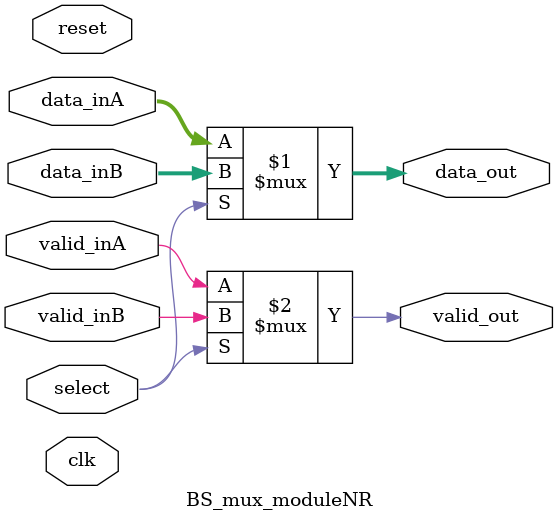
<source format=v>
/* Copyright 2019 Philippos Papaphilippou

   Licensed under the Apache License, Version 2.0 (the "License");
   you may not use this file except in compliance with the License.
   You may obtain a copy of the License at

       http://www.apache.org/licenses/LICENSE-2.0

   Unless required by applicable law or agreed to in writing, software
   distributed under the License is distributed on an "AS IS" BASIS,
   WITHOUT WARRANTIES OR CONDITIONS OF ANY KIND, either express or implied.
   See the License for the specific language governing permissions and
   limitations under the License.
*/

`define P 8   // Number of ports
`define LogP 3

`define PacketSize 256  // In bits


// Compare-and swap unit for the sorting network, with its pipeline registers removed
module CAS_moduleNR(clk, reset, data_inA, data_inB, valid_inA, valid_inB, data_outA, data_outB, valid_outA, valid_outB);

	input clk, reset, valid_inA, valid_inB;
	input[`PacketSize-1:0] data_inA;
	input[`PacketSize-1:0] data_inB;
		
	output [`PacketSize-1:0] data_outA;
	output [`PacketSize-1:0] data_outB;	
	output valid_outA, valid_outB;
	
	wire [`LogP-1:0] destA;  assign destA = data_inA[`PacketSize-1:`PacketSize-`LogP];
	wire [`LogP-1:0] destB;  assign destB = data_inB[`PacketSize-1:`PacketSize-`LogP];
	
	assign data_outA  = ({valid_inA,destA}<{valid_inB,destB}) ?data_inA:data_inB;
	assign data_outB  = ({valid_inA,destA}<{valid_inB,destB}) ?data_inB:data_inA;
	assign valid_outA = ({valid_inA,destA}<{valid_inB,destB}) ?valid_inA:valid_inB;
	assign valid_outB = ({valid_inA,destA}<{valid_inB,destB}) ?valid_inB:valid_inA;	
		
endmodule // CAS_moduleNR


// Shift register for a packet, (replaced by wires)
module SRp_moduleNR(clk, reset, data_in, valid_in, data_out, valid_out);

	input clk, reset;

	input[`PacketSize-1:0] data_in;  input valid_in;
	output [`PacketSize-1:0] data_out;  output valid_out;
	
	assign data_out=data_in;
	assign valid_out=valid_in;
	
endmodule //SRp_moduleNR	


// Adder of values of log2(P) bits, with its pipeline registers removed
module ADD_moduleNR(clk, reset, data_inA, data_inB, data_out);

	input clk, reset;

	input[`LogP-1:0] data_inA; 
	input[`LogP-1:0] data_inB;		
	output [`LogP-1:0] data_out;	
	
	assign data_out = data_inA + data_inB;	
			
endmodule //ADD_moduleNR


// Subtractor of values of log2(P) bits, with its pipeline registers removed
module SUB_moduleNR(clk, reset, data_inA, data_inB, data_out);

	input clk, reset;

	input  [`LogP-1:0] data_inA; 
	input  [`LogP-1:0] data_inB;		
	output [`LogP-1:0] data_out;	
	
	assign data_out = data_inA - data_inB;
			
endmodule //SUB_moduleNR


// Shift register for log2(P) bits, (replaced by wires)
module SR_moduleNR(clk, reset, data_in, data_out);

	input clk, reset;

	input  [`LogP-1:0] data_in; 
	output [`LogP-1:0] data_out;	
	assign data_out=data_in;
		
endmodule //SR_moduleNR


// 2-to-1 multiplexer for constructing barrel shifters, with its pipeline registers removed
module BS_mux_moduleNR(clk, reset, select, data_inA, data_inB, valid_inA, valid_inB, data_out, valid_out);

	input clk, reset, select;

	input[`PacketSize-1:0] data_inA;
	input[`PacketSize-1:0] data_inB;
	input valid_inA, valid_inB;
		
	output [`PacketSize-1:0] data_out;
	output valid_out;
	
	assign  data_out=(select)?data_inB:data_inA;
	assign valid_out=(select)?valid_inB:valid_inA;	
			
endmodule // BS_mux_moduleNR

</source>
